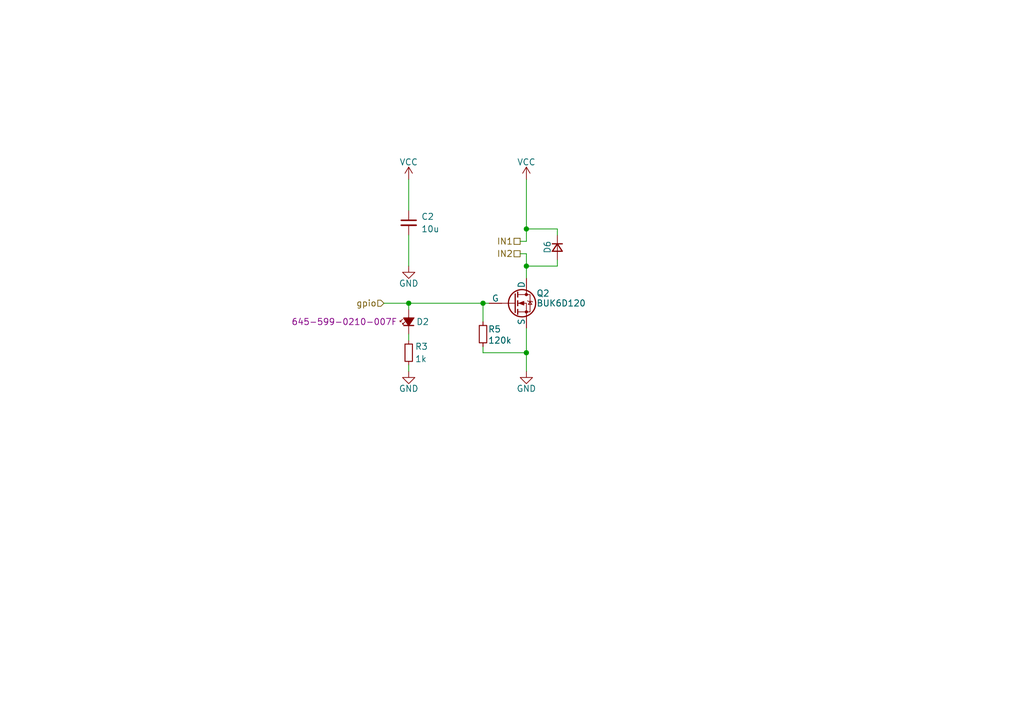
<source format=kicad_sch>
(kicad_sch (version 20231120) (generator "eeschema") (generator_version "8.0")
  (paper "A5")
  (title_block (title "Coil driver") (date "2024-06-13") (rev "0.1") (comment 1 "Jonas Stirnemann"))
  (lib_symbols
    (symbol "Device:C_Small" (pin_numbers hide) (pin_names (offset 0.254) hide)
      (property "Reference" "C" (at 0.254 1.778 0))
      (property "Value" "C_Small" (at 0.254 -2.032 0))
      (symbol "C_Small_0_1"
        (polyline (pts (xy -1.524 -0.508) (xy 1.524 -0.508)) (stroke (width 0.3302)))
        (polyline (pts (xy -1.524 0.508) (xy 1.524 0.508)) (stroke (width 0.3048)))
      )
      (symbol "C_Small_1_1"
        (pin passive line (at 0 2.54 270) (length 2.032) (name "~") (number "1"))
        (pin passive line (at 0 -2.54 90) (length 2.032) (name "~") (number "2"))
      )
    )
    (symbol "Device:D_Small" (pin_numbers hide) (pin_names (offset 0.254) hide)
      (property "Reference" "D" (at -1.27 2.032 0))
      (property "Value" "D_Small" (at -3.81 -2.032 0))
      (symbol "D_Small_0_1"
        (polyline (pts (xy -0.762 -1.016) (xy -0.762 1.016)) (stroke (width 0.254)))
        (polyline (pts (xy -0.762 0) (xy 0.762 0)))
        (polyline (pts (xy 0.762 -1.016) (xy -0.762 0) (xy 0.762 1.016) (xy 0.762 -1.016)) (stroke (width 0.254)))
      )
      (symbol "D_Small_1_1"
        (pin passive line (at -2.54 0 0) (length 1.778) (name "K") (number "1"))
        (pin passive line (at 2.54 0 180) (length 1.778) (name "A") (number "2"))
      )
    )
    (symbol "Device:LED_Small_Filled" (pin_numbers hide) (pin_names (offset 0.254) hide)
      (property "Reference" "D" (at -1.27 3.175 0))
      (property "Value" "LED_Small_Filled" (at -4.445 -2.54 0))
      (symbol "LED_Small_Filled_0_1"
        (polyline (pts (xy -0.762 -1.016) (xy -0.762 1.016)) (stroke (width 0.254)))
        (polyline (pts (xy 1.016 0) (xy -0.762 0)))
        (polyline (pts (xy 0.762 -1.016) (xy -0.762 0) (xy 0.762 1.016) (xy 0.762 -1.016)) (stroke (width 0.254)) (fill (type outline)))
        (polyline (pts (xy 0 0.762) (xy -0.508 1.27) (xy -0.254 1.27) (xy -0.508 1.27) (xy -0.508 1.016)))
        (polyline (pts (xy 0.508 1.27) (xy 0 1.778) (xy 0.254 1.778) (xy 0 1.778) (xy 0 1.524)))
      )
      (symbol "LED_Small_Filled_1_1"
        (pin passive line (at -2.54 0 0) (length 1.778) (name "K") (number "1"))
        (pin passive line (at 2.54 0 180) (length 1.778) (name "A") (number "2"))
      )
    )
    (symbol "Device:R_Small" (pin_numbers hide) (pin_names (offset 0.254) hide)
      (property "Reference" "R" (at 0.762 0.508 0))
      (property "Value" "R_Small" (at 0.762 -1.016 0))
      (symbol "R_Small_0_1"
        (rectangle (start -0.762 1.778) (end 0.762 -1.778) (stroke (width 0.2032)))
      )
      (symbol "R_Small_1_1"
        (pin passive line (at 0 2.54 270) (length 0.762) (name "~") (number "1"))
        (pin passive line (at 0 -2.54 90) (length 0.762) (name "~") (number "2"))
      )
    )
    (symbol "Simulation_SPICE:NMOS" (pin_numbers hide) (pin_names (offset 0))
      (property "Reference" "Q1" (at 4.572 2.032 0))
      (property "Value" "BUK6D120" (at 4.572 0 0))
      (symbol "NMOS_0_1"
        (polyline (pts (xy 0.254 0) (xy -2.54 0)))
        (polyline (pts (xy 0.254 1.905) (xy 0.254 -1.905)) (stroke (width 0.254)))
        (polyline (pts (xy 0.762 -1.27) (xy 0.762 -2.286)) (stroke (width 0.254)))
        (polyline (pts (xy 0.762 0.508) (xy 0.762 -0.508)) (stroke (width 0.254)))
        (polyline (pts (xy 0.762 2.286) (xy 0.762 1.27)) (stroke (width 0.254)))
        (polyline (pts (xy 2.54 2.54) (xy 2.54 1.778)))
        (polyline (pts (xy 2.54 -2.54) (xy 2.54 0) (xy 0.762 0)))
        (polyline (pts (xy 0.762 -1.778) (xy 3.302 -1.778) (xy 3.302 1.778) (xy 0.762 1.778)))
        (polyline (pts (xy 1.016 0) (xy 2.032 0.381) (xy 2.032 -0.381) (xy 1.016 0)) (fill (type outline)))
        (polyline (pts (xy 2.794 0.508) (xy 2.921 0.381) (xy 3.683 0.381) (xy 3.81 0.254)))
        (polyline (pts (xy 3.302 0.381) (xy 2.921 -0.254) (xy 3.683 -0.254) (xy 3.302 0.381)))
        (circle (center 1.651 0) (radius 2.794) (stroke (width 0.254)))
        (circle (center 2.54 -1.778) (radius 0.254) (fill (type outline)))
        (circle (center 2.54 1.778) (radius 0.254) (fill (type outline)))
      )
      (symbol "NMOS_1_1"
        (pin passive line (at 2.54 5.08 270) (length 2.54) (name "D") (number "1"))
        (pin passive line (at 2.54 5.08 270) (length 2.54) hide (name "D") (number "2"))
        (pin input line (at -5.08 0 0) (length 2.54) (name "G") (number "3"))
        (pin passive line (at 2.54 -5.08 90) (length 2.54) (name "S") (number "4"))
        (pin passive line (at 2.54 5.08 270) (length 2.54) hide (name "D") (number "5"))
        (pin passive line (at 2.54 5.08 270) (length 2.54) hide (name "D") (number "6"))
        (pin passive line (at 2.54 5.08 270) (length 2.54) hide (name "D") (number "7"))
        (pin passive line (at 2.54 -5.08 90) (length 2.54) hide (name "S") (number "8"))
      )
    )
    (symbol "power:GND" (power) (pin_numbers hide) (pin_names (offset 0) hide)
      (property "Value" "GND" (at 0 -3.81 0))
      (symbol "GND_0_1"
        (polyline (pts (xy 0 0) (xy 0 -1.27) (xy 1.27 -1.27) (xy 0 -2.54) (xy -1.27 -1.27) (xy 0 -1.27)))
      )
      (symbol "GND_1_1"
        (pin power_in line (at 0 0 270) (length 0) (name "~") (number "1"))
      )
    )
    (symbol "power:VCC" (power) (pin_numbers hide) (pin_names (offset 0) hide)
      (property "Value" "VCC" (at 0 3.556 0))
      (symbol "VCC_0_1"
        (polyline (pts (xy -0.762 1.27) (xy 0 2.54)))
        (polyline (pts (xy 0 0) (xy 0 2.54)))
        (polyline (pts (xy 0 2.54) (xy 0.762 1.27)))
      )
      (symbol "VCC_1_1"
        (pin power_in line (at 0 0 90) (length 0) (name "~") (number "1"))
      )
    )
  )
  (junction (at 107.95 54.61))
  (junction (at 107.95 72.39))
  (junction (at 83.82 62.23))
  (junction (at 99.06 62.23))
  (junction (at 107.95 46.99))
  (wire (pts (xy 114.3 46.99) (xy 114.3 48.26)))
  (wire (pts (xy 83.82 74.93) (xy 83.82 76.2)))
  (wire (pts (xy 78.74 62.23) (xy 83.82 62.23)))
  (wire (pts (xy 114.3 54.61) (xy 107.95 54.61)))
  (wire (pts (xy 83.82 48.26) (xy 83.82 54.61)))
  (wire (pts (xy 83.82 36.83) (xy 83.82 43.18)))
  (wire (pts (xy 99.06 72.39) (xy 107.95 72.39)))
  (wire (pts (xy 106.68 49.53) (xy 107.95 49.53)))
  (wire (pts (xy 107.95 52.07) (xy 107.95 54.61)))
  (wire (pts (xy 83.82 68.58) (xy 83.82 69.85)))
  (wire (pts (xy 107.95 72.39) (xy 107.95 76.2)))
  (wire (pts (xy 107.95 46.99) (xy 107.95 49.53)))
  (wire (pts (xy 114.3 46.99) (xy 107.95 46.99)))
  (wire (pts (xy 83.82 62.23) (xy 83.82 63.5)))
  (wire (pts (xy 107.95 67.31) (xy 107.95 72.39)))
  (wire (pts (xy 114.3 53.34) (xy 114.3 54.61)))
  (wire (pts (xy 99.06 62.23) (xy 100.33 62.23)))
  (wire (pts (xy 99.06 62.23) (xy 99.06 66.04)))
  (wire (pts (xy 107.95 36.83) (xy 107.95 46.99)))
  (wire (pts (xy 106.68 52.07) (xy 107.95 52.07)))
  (wire (pts (xy 99.06 71.12) (xy 99.06 72.39)))
  (wire (pts (xy 107.95 54.61) (xy 107.95 57.15)))
  (wire (pts (xy 83.82 62.23) (xy 99.06 62.23)))
  (hierarchical_label "IN2" (shape passive) (at 106.68 52.07 180))
  (hierarchical_label "IN1" (shape passive) (at 106.68 49.53 180))
  (hierarchical_label "gpio" (shape input) (at 78.74 62.23 180))
  (symbol (lib_id "Device:R_Small") (at 99.06 68.58 0) (unit 1)
    (property "Reference" "R5" (at 100.076 67.564 0) (effects (justify left)))
    (property "Value" "120k" (at 100.076 69.85 0) (effects (justify left)))
    (property "Footprint" "Resistor_SMD:R_1206_3216Metric" (effects (hide yes)))
    (property "Description" "Resistor, small symbol" (effects (hide yes)))
    (property "MFR" "RCV1206120KFKEA " (effects (hide yes)))
    (property "MOUSER" " 71-RCV1206120KFKEA " (effects (hide yes)))
    (instances (project "coil_driver" (path "" (reference "R5") (unit 1)) (path "" (reference "R18") (unit 1)) (path "" (reference "R2") (unit 1)) (path "" (reference "R8") (unit 1)) (path "" (reference "R15") (unit 1)) (path "" (reference "R12") (unit 1))))
  )
  (symbol (lib_id "Simulation_SPICE:NMOS") (at 105.41 62.23 0) (unit 1)
    (property "Reference" "Q2" (at 109.982 60.198 0) (effects (justify left)))
    (property "Value" "BUK6D120" (at 109.982 62.23 0) (effects (justify left)))
    (property "Footprint" "TRANSISTOR:TRANS_BUK9D23-40EX_3Dadded" (effects (hide yes)))
    (property "Datasheet" "https://www.lcsc.com/datasheet/lcsc_datasheet_2305191651_MDD-Microdiode-Electronics-MDD50N03D_C5357578.pdf" (effects (hide yes)))
    (property "MOUSER" " 771-BUK6D120-40EX " (effects (hide yes)))
    (property "MFR" " BUK6D120-40EX " (effects (hide yes)))
    (instances (project "coil_driver" (path "" (reference "Q2") (unit 1)) (path "" (reference "Q6") (unit 1)) (path "" (reference "Q1") (unit 1)) (path "" (reference "Q3") (unit 1)) (path "" (reference "Q5") (unit 1)) (path "" (reference "Q4") (unit 1))))
  )
  (symbol (lib_id "power:GND") (at 83.82 76.2 0) (unit 1)
    (property "Reference" "#PWR06" (effects (hide yes)))
    (property "Value" "GND" (at 83.82 79.756 0))
    (property "Description" "Power symbol creates a global label with name \"GND\" , ground" (effects (hide yes)))
    (instances (project "coil_driver" (path "" (reference "#PWR06") (unit 1)) (path "" (reference "#PWR027") (unit 1)) (path "" (reference "#PWR01") (unit 1)) (path "" (reference "#PWR011") (unit 1)) (path "" (reference "#PWR022") (unit 1)) (path "" (reference "#PWR016") (unit 1))))
  )
  (symbol (lib_id "power:VCC") (at 107.95 36.83 0) (unit 1)
    (property "Reference" "#PWR09" (effects (hide yes)))
    (property "Value" "VCC" (at 107.95 33.274 0))
    (property "Description" "Power symbol creates a global label with name \"VCC\"" (effects (hide yes)))
    (instances (project "coil_driver" (path "" (reference "#PWR09") (unit 1)) (path "" (reference "#PWR030") (unit 1)) (path "" (reference "#PWR04") (unit 1)) (path "" (reference "#PWR014") (unit 1)) (path "" (reference "#PWR025") (unit 1)) (path "" (reference "#PWR019") (unit 1))))
  )
  (symbol (lib_id "power:GND") (at 83.82 54.61 0) (unit 1)
    (property "Reference" "#PWR015" (effects (hide yes)))
    (property "Value" "GND" (at 83.82 58.166 0))
    (property "Description" "Power symbol creates a global label with name \"GND\" , ground" (effects (hide yes)))
    (instances (project "coil_driver" (path "" (reference "#PWR015") (unit 1)) (path "" (reference "#PWR021") (unit 1)) (path "" (reference "#PWR013") (unit 1)) (path "" (reference "#PWR017") (unit 1)) (path "" (reference "#PWR020") (unit 1)) (path "" (reference "#PWR018") (unit 1))))
  )
  (symbol (lib_id "Device:R_Small") (at 83.82 72.39 0) (unit 1)
    (property "Reference" "R3" (at 85.09 71.12 0) (effects (justify left)))
    (property "Value" "1k" (at 85.09 73.66 0) (effects (justify left)))
    (property "Footprint" "Resistor_SMD:R_1206_3216Metric" (effects (hide yes)))
    (property "Description" "Resistor, small symbol" (effects (hide yes)))
    (property "MFR" " ERJ-S08F1001V " (effects (hide yes)))
    (property "MOUSER" " 667-ERJ-S08F1001V " (effects (hide yes)))
    (instances (project "coil_driver" (path "" (reference "R3") (unit 1)) (path "" (reference "R16") (unit 1)) (path "" (reference "R1") (unit 1)) (path "" (reference "R6") (unit 1)) (path "" (reference "R13") (unit 1)) (path "" (reference "R10") (unit 1))))
  )
  (symbol (lib_id "Device:D_Small") (at 114.3 50.8 270) (unit 1)
    (property "Reference" "D6" (at 112.268 52.07 0) (effects (justify right)))
    (property "Value" "D_Small" (effects (hide yes)))
    (property "Footprint" "Diode_SMD:D_SOD-128" (effects (hide yes)))
    (property "Description" "Diode, small symbol" (effects (hide yes)))
    (property "MOUSER" " 755-YQ3LAM10DTR " (effects (hide yes)))
    (property "MFR" " YQ3LAM10DTR" (effects (hide yes)))
    (instances (project "coil_driver" (path "" (reference "D6") (unit 1)) (path "" (reference "D18") (unit 1)) (path "" (reference "D4") (unit 1)) (path "" (reference "D9") (unit 1)) (path "" (reference "D15") (unit 1)) (path "" (reference "D12") (unit 1))))
  )
  (symbol (lib_id "power:GND") (at 107.95 76.2 0) (unit 1)
    (property "Reference" "#PWR03" (effects (hide yes)))
    (property "Value" "GND" (at 107.95 79.756 0))
    (property "Description" "Power symbol creates a global label with name \"GND\" , ground" (effects (hide yes)))
    (instances (project "coil_driver" (path "" (reference "#PWR03") (unit 1)) (path "" (reference "#PWR012") (unit 1)) (path "" (reference "#PWR02") (unit 1)) (path "" (reference "#PWR07") (unit 1)) (path "" (reference "#PWR010") (unit 1)) (path "" (reference "#PWR08") (unit 1))))
  )
  (symbol (lib_id "power:VCC") (at 83.82 36.83 0) (unit 1)
    (property "Reference" "#PWR033" (effects (hide yes)))
    (property "Value" "VCC" (at 83.82 33.274 0))
    (property "Description" "Power symbol creates a global label with name \"VCC\"" (effects (hide yes)))
    (instances (project "coil_driver" (path "" (reference "#PWR033") (unit 1)) (path "" (reference "#PWR037") (unit 1)) (path "" (reference "#PWR032") (unit 1)) (path "" (reference "#PWR034") (unit 1)) (path "" (reference "#PWR036") (unit 1)) (path "" (reference "#PWR035") (unit 1))))
  )
  (symbol (lib_id "Device:LED_Small_Filled") (at 83.82 66.04 90) (unit 1)
    (property "Reference" "D2" (at 85.344 66.04 90) (effects (justify right)))
    (property "Value" "LED_Small_Filled" (effects (hide yes)))
    (property "Footprint" "LED_SMD:LED_1206_3216Metric" (effects (hide yes)))
    (property "Description" "Light emitting diode, small symbol, filled shape" (effects (hide yes)))
    (property "MOUSER" " 645-599-0210-007F " (at 70.612 66.04 90))
    (property "MFR" "599-0210-007F" (effects (hide yes)))
    (instances (project "coil_driver" (path "" (reference "D2") (unit 1)) (path "" (reference "D16") (unit 1)) (path "" (reference "D1") (unit 1)) (path "" (reference "D7") (unit 1)) (path "" (reference "D13") (unit 1)) (path "" (reference "D10") (unit 1))))
  )
  (symbol (lib_id "Device:C_Small") (at 83.82 45.72 0) (unit 1)
    (property "Reference" "C2" (at 86.36 44.4562 0) (effects (justify left)))
    (property "Value" "10u" (at 86.36 46.9962 0) (effects (justify left)))
    (property "Footprint" "Capacitor_SMD:C_1206_3216Metric" (effects (hide yes)))
    (property "Description" "Unpolarized capacitor, small symbol" (effects (hide yes)))
    (property "MOUSER" " 187-CL31A106MBHNNNE  " (effects (hide yes)))
    (property "MFR" "CL31A106MBHNNNE " (effects (hide yes)))
    (instances (project "coil_driver" (path "" (reference "C2") (unit 1)) (path "" (reference "C6") (unit 1)) (path "" (reference "C1") (unit 1)) (path "" (reference "C3") (unit 1)) (path "" (reference "C5") (unit 1)) (path "" (reference "C4") (unit 1))))
  )
)
</source>
